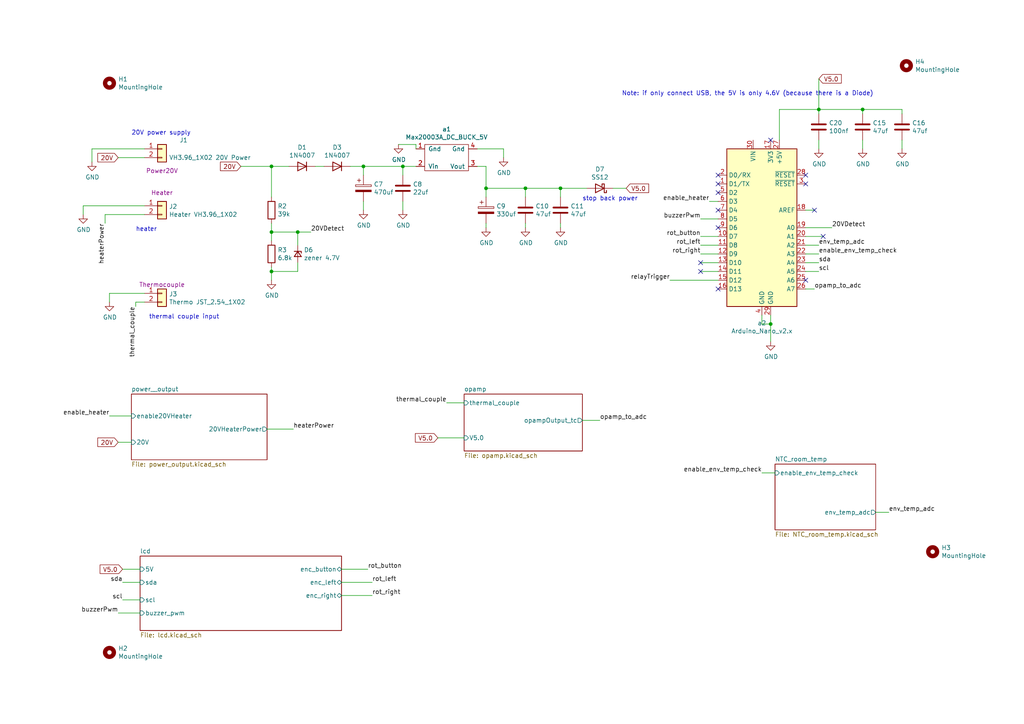
<source format=kicad_sch>
(kicad_sch (version 20211123) (generator eeschema)
  (paper "A4")
  (lib_symbols
    (symbol "Connector_Generic:Conn_01x02" (pin_names (offset 1.016) hide)
      (property "Reference" "J" (at 0 2.54 0))
      (property "Value" "Conn_01x02" (at 0 -5.08 0))
      (symbol "Conn_01x02_1_1"
        (rectangle (start -1.27 -2.413) (end 0 -2.667) (stroke (width 0.1524)))
        (rectangle (start -1.27 0.127) (end 0 -0.127) (stroke (width 0.1524)))
        (rectangle (start -1.27 1.27) (end 1.27 -3.81) (stroke (width 0.254)) (fill (type background)))
        (pin passive line (at -5.08 0 0) (length 3.81) (name "Pin_1") (number "1"))
        (pin passive line (at -5.08 -2.54 0) (length 3.81) (name "Pin_2") (number "2"))
      )
    )
    (symbol "Device:C" (pin_numbers hide) (pin_names (offset 0.254))
      (property "Reference" "C" (at 0.635 2.54 0))
      (property "Value" "C" (at 0.635 -2.54 0))
      (symbol "C_0_1"
        (polyline (pts (xy -2.032 -0.762) (xy 2.032 -0.762)) (stroke (width 0.508)))
        (polyline (pts (xy -2.032 0.762) (xy 2.032 0.762)) (stroke (width 0.508)))
      )
      (symbol "C_1_1"
        (pin passive line (at 0 3.81 270) (length 2.794) (name "~") (number "1"))
        (pin passive line (at 0 -3.81 90) (length 2.794) (name "~") (number "2"))
      )
    )
    (symbol "Device:CP" (pin_numbers hide) (pin_names (offset 0.254))
      (property "Reference" "C" (at 0.635 2.54 0))
      (property "Value" "Device_CP" (at 0.635 -2.54 0))
      (symbol "CP_0_1"
        (rectangle (start -2.286 0.508) (end 2.286 1.016))
        (polyline (pts (xy -1.778 2.286) (xy -0.762 2.286)))
        (polyline (pts (xy -1.27 2.794) (xy -1.27 1.778)))
        (rectangle (start 2.286 -0.508) (end -2.286 -1.016) (fill (type outline)))
      )
      (symbol "CP_1_1"
        (pin passive line (at 0 3.81 270) (length 2.794) (name "~") (number "1"))
        (pin passive line (at 0 -3.81 90) (length 2.794) (name "~") (number "2"))
      )
    )
    (symbol "Device:D_Schottky" (pin_numbers hide) (pin_names (offset 1.016) hide)
      (property "Reference" "D" (at 0 2.54 0))
      (property "Value" "D_Schottky" (at 0 -2.54 0))
      (symbol "D_Schottky_0_1"
        (polyline (pts (xy 1.27 0) (xy -1.27 0)))
        (polyline (pts (xy 1.27 1.27) (xy 1.27 -1.27) (xy -1.27 0) (xy 1.27 1.27)) (stroke (width 0.254)))
        (polyline (pts (xy -1.905 0.635) (xy -1.905 1.27) (xy -1.27 1.27) (xy -1.27 -1.27) (xy -0.635 -1.27) (xy -0.635 -0.635)) (stroke (width 0.254)))
      )
      (symbol "D_Schottky_1_1"
        (pin passive line (at -3.81 0 0) (length 2.54) (name "K") (number "1"))
        (pin passive line (at 3.81 0 180) (length 2.54) (name "A") (number "2"))
      )
    )
    (symbol "Device:D_Zener_Small" (pin_numbers hide) (pin_names (offset 0.254) hide)
      (property "Reference" "D" (at 0 2.286 0))
      (property "Value" "D_Zener_Small" (at 0 -2.286 0))
      (symbol "D_Zener_Small_0_1"
        (polyline (pts (xy 0.762 0) (xy -0.762 0)))
        (polyline (pts (xy -0.254 1.016) (xy -0.762 1.016) (xy -0.762 -1.016)) (stroke (width 0.254)))
        (polyline (pts (xy 0.762 1.016) (xy -0.762 0) (xy 0.762 -1.016) (xy 0.762 1.016)) (stroke (width 0.254)))
      )
      (symbol "D_Zener_Small_1_1"
        (pin passive line (at -2.54 0 0) (length 1.778) (name "K") (number "1"))
        (pin passive line (at 2.54 0 180) (length 1.778) (name "A") (number "2"))
      )
    )
    (symbol "Device:R" (pin_numbers hide) (pin_names (offset 0))
      (property "Reference" "R" (at 2.032 0 90))
      (property "Value" "R" (at 0 0 90))
      (symbol "R_0_1"
        (rectangle (start -1.016 -2.54) (end 1.016 2.54) (stroke (width 0.254)))
      )
      (symbol "R_1_1"
        (pin passive line (at 0 3.81 270) (length 1.27) (name "~") (number "1"))
        (pin passive line (at 0 -3.81 90) (length 1.27) (name "~") (number "2"))
      )
    )
    (symbol "Diode:1N4007" (pin_numbers hide) (pin_names (offset 1.016) hide)
      (property "Reference" "D" (at 0 2.54 0))
      (property "Value" "1N4007" (at 0 -2.54 0))
      (symbol "1N4007_0_1"
        (polyline (pts (xy -1.27 1.27) (xy -1.27 -1.27)) (stroke (width 0.254)))
        (polyline (pts (xy 1.27 0) (xy -1.27 0)))
        (polyline (pts (xy 1.27 1.27) (xy 1.27 -1.27) (xy -1.27 0) (xy 1.27 1.27)) (stroke (width 0.254)))
      )
      (symbol "1N4007_1_1"
        (pin passive line (at -3.81 0 0) (length 2.54) (name "K") (number "1"))
        (pin passive line (at 3.81 0 180) (length 2.54) (name "A") (number "2"))
      )
    )
    (symbol "MCU_Module:Arduino_Nano_v3.x"
      (property "Reference" "A" (at -10.16 23.495 0))
      (property "Value" "Arduino_Nano_v3.x" (at 5.08 -24.13 0))
      (symbol "Arduino_Nano_v3.x_0_1"
        (rectangle (start -10.16 22.86) (end 10.16 -22.86) (stroke (width 0.254)) (fill (type background)))
      )
      (symbol "Arduino_Nano_v3.x_1_1"
        (pin bidirectional line (at -12.7 12.7 0) (length 2.54) (name "D1/TX") (number "1"))
        (pin bidirectional line (at -12.7 -2.54 0) (length 2.54) (name "D7") (number "10"))
        (pin bidirectional line (at -12.7 -5.08 0) (length 2.54) (name "D8") (number "11"))
        (pin bidirectional line (at -12.7 -7.62 0) (length 2.54) (name "D9") (number "12"))
        (pin bidirectional line (at -12.7 -10.16 0) (length 2.54) (name "D10") (number "13"))
        (pin bidirectional line (at -12.7 -12.7 0) (length 2.54) (name "D11") (number "14"))
        (pin bidirectional line (at -12.7 -15.24 0) (length 2.54) (name "D12") (number "15"))
        (pin bidirectional line (at -12.7 -17.78 0) (length 2.54) (name "D13") (number "16"))
        (pin power_out line (at 2.54 25.4 270) (length 2.54) (name "3V3") (number "17"))
        (pin input line (at 12.7 5.08 180) (length 2.54) (name "AREF") (number "18"))
        (pin bidirectional line (at 12.7 0 180) (length 2.54) (name "A0") (number "19"))
        (pin bidirectional line (at -12.7 15.24 0) (length 2.54) (name "D0/RX") (number "2"))
        (pin bidirectional line (at 12.7 -2.54 180) (length 2.54) (name "A1") (number "20"))
        (pin bidirectional line (at 12.7 -5.08 180) (length 2.54) (name "A2") (number "21"))
        (pin bidirectional line (at 12.7 -7.62 180) (length 2.54) (name "A3") (number "22"))
        (pin bidirectional line (at 12.7 -10.16 180) (length 2.54) (name "A4") (number "23"))
        (pin bidirectional line (at 12.7 -12.7 180) (length 2.54) (name "A5") (number "24"))
        (pin bidirectional line (at 12.7 -15.24 180) (length 2.54) (name "A6") (number "25"))
        (pin bidirectional line (at 12.7 -17.78 180) (length 2.54) (name "A7") (number "26"))
        (pin power_out line (at 5.08 25.4 270) (length 2.54) (name "+5V") (number "27"))
        (pin input line (at 12.7 15.24 180) (length 2.54) (name "~{RESET}") (number "28"))
        (pin power_in line (at 2.54 -25.4 90) (length 2.54) (name "GND") (number "29"))
        (pin input line (at 12.7 12.7 180) (length 2.54) (name "~{RESET}") (number "3"))
        (pin power_in line (at -2.54 25.4 270) (length 2.54) (name "VIN") (number "30"))
        (pin power_in line (at 0 -25.4 90) (length 2.54) (name "GND") (number "4"))
        (pin bidirectional line (at -12.7 10.16 0) (length 2.54) (name "D2") (number "5"))
        (pin bidirectional line (at -12.7 7.62 0) (length 2.54) (name "D3") (number "6"))
        (pin bidirectional line (at -12.7 5.08 0) (length 2.54) (name "D4") (number "7"))
        (pin bidirectional line (at -12.7 2.54 0) (length 2.54) (name "D5") (number "8"))
        (pin bidirectional line (at -12.7 0 0) (length 2.54) (name "D6") (number "9"))
      )
    )
    (symbol "Mechanical:MountingHole" (pin_names (offset 1.016))
      (property "Reference" "H" (at 0 5.08 0))
      (property "Value" "MountingHole" (at 0 3.175 0))
      (symbol "MountingHole_0_1"
        (circle (center 0 0) (radius 1.27) (stroke (width 1.27)))
      )
    )
    (symbol "mySymbolLibrary:Max20003A_DC_buck_36V_To_5V" (pin_names (offset 1.016))
      (property "Reference" "a" (at 3.81 8.89 0))
      (property "Value" "Max20003A_DC_buck_36V_To_5V" (at 0 12.7 0))
      (symbol "Max20003A_DC_buck_36V_To_5V_0_1"
        (rectangle (start -6.35 3.81) (end 6.35 -3.81))
      )
      (symbol "Max20003A_DC_buck_36V_To_5V_1_1"
        (pin input line (at -8.89 2.54 0) (length 2.54) (name "Gnd") (number "1"))
        (pin input line (at -8.89 -2.54 0) (length 2.54) (name "Vin") (number "2"))
        (pin output line (at 8.89 -2.54 180) (length 2.54) (name "Vout") (number "3"))
        (pin output line (at 8.89 2.54 180) (length 2.54) (name "Gnd") (number "4"))
      )
    )
    (symbol "power:GND" (power) (pin_names (offset 0))
      (property "Value" "GND" (at 0 -3.81 0))
      (symbol "GND_0_1"
        (polyline (pts (xy 0 0) (xy 0 -1.27) (xy 1.27 -1.27) (xy 0 -2.54) (xy -1.27 -1.27) (xy 0 -1.27)))
      )
      (symbol "GND_1_1"
        (pin power_in line (at 0 0 270) (length 0) hide (name "GND") (number "1"))
      )
    )
  )
  (junction (at 237.49 31.75))
  (junction (at 105.41 48.26))
  (junction (at 78.74 78.74))
  (junction (at 162.56 54.61))
  (junction (at 78.74 48.26))
  (junction (at 86.36 67.31))
  (junction (at 152.4 54.61))
  (junction (at 250.19 31.75))
  (junction (at 116.84 48.26))
  (junction (at 223.52 93.98))
  (junction (at 140.97 54.61))
  (junction (at 78.74 67.31))
  (no_connect (at 208.28 60.96))
  (no_connect (at 223.52 40.64))
  (no_connect (at 203.2 76.2))
  (no_connect (at 208.28 53.34))
  (no_connect (at 233.68 81.28))
  (no_connect (at 203.2 78.74))
  (no_connect (at 236.22 60.96))
  (no_connect (at 208.28 66.04))
  (no_connect (at 233.68 50.8))
  (no_connect (at 208.28 83.82))
  (no_connect (at 208.28 50.8))
  (no_connect (at 233.68 53.34))
  (no_connect (at 208.28 55.88))
  (no_connect (at 238.76 68.58))
  (wire (pts (xy 152.4 54.61) (xy 162.56 54.61)))
  (wire (pts (xy 106.68 165.1) (xy 99.06 165.1)))
  (wire (pts (xy 162.56 66.04) (xy 162.56 64.77)))
  (wire (pts (xy 162.56 54.61) (xy 170.18 54.61)))
  (wire (pts (xy 26.67 43.18) (xy 41.91 43.18)))
  (wire (pts (xy 194.31 81.28) (xy 208.28 81.28)))
  (wire (pts (xy 203.2 63.5) (xy 208.28 63.5)))
  (wire (pts (xy 116.84 50.8) (xy 116.84 48.26)))
  (wire (pts (xy 261.62 43.18) (xy 261.62 40.64)))
  (wire (pts (xy 220.98 93.98) (xy 223.52 93.98)))
  (wire (pts (xy 257.81 148.59) (xy 254 148.59)))
  (wire (pts (xy 115.57 41.91) (xy 120.65 41.91)))
  (wire (pts (xy 261.62 31.75) (xy 261.62 33.02)))
  (wire (pts (xy 99.06 172.72) (xy 107.95 172.72)))
  (wire (pts (xy 140.97 54.61) (xy 140.97 48.26)))
  (wire (pts (xy 173.99 121.92) (xy 168.91 121.92)))
  (wire (pts (xy 34.29 45.72) (xy 41.91 45.72)))
  (wire (pts (xy 31.75 120.65) (xy 38.1 120.65)))
  (wire (pts (xy 39.37 87.63) (xy 41.91 87.63)))
  (wire (pts (xy 101.6 48.26) (xy 105.41 48.26)))
  (wire (pts (xy 223.52 91.44) (xy 223.52 93.98)))
  (wire (pts (xy 78.74 78.74) (xy 78.74 77.47)))
  (wire (pts (xy 237.49 73.66) (xy 233.68 73.66)))
  (wire (pts (xy 250.19 31.75) (xy 261.62 31.75)))
  (wire (pts (xy 91.44 48.26) (xy 93.98 48.26)))
  (wire (pts (xy 140.97 57.15) (xy 140.97 54.61)))
  (wire (pts (xy 140.97 54.61) (xy 152.4 54.61)))
  (wire (pts (xy 237.49 43.18) (xy 237.49 40.64)))
  (wire (pts (xy 237.49 22.86) (xy 237.49 31.75)))
  (wire (pts (xy 208.28 71.12) (xy 203.2 71.12)))
  (wire (pts (xy 237.49 33.02) (xy 237.49 31.75)))
  (wire (pts (xy 226.06 31.75) (xy 226.06 40.64)))
  (wire (pts (xy 78.74 81.28) (xy 78.74 78.74)))
  (wire (pts (xy 31.75 85.09) (xy 41.91 85.09)))
  (wire (pts (xy 241.3 66.04) (xy 233.68 66.04)))
  (wire (pts (xy 223.52 93.98) (xy 223.52 99.06)))
  (wire (pts (xy 203.2 76.2) (xy 208.28 76.2)))
  (wire (pts (xy 85.09 124.46) (xy 77.47 124.46)))
  (wire (pts (xy 39.37 88.9) (xy 39.37 87.63)))
  (wire (pts (xy 24.13 62.23) (xy 24.13 59.69)))
  (wire (pts (xy 105.41 50.8) (xy 105.41 48.26)))
  (wire (pts (xy 24.13 59.69) (xy 41.91 59.69)))
  (wire (pts (xy 26.67 46.99) (xy 26.67 43.18)))
  (wire (pts (xy 205.74 58.42) (xy 208.28 58.42)))
  (wire (pts (xy 233.68 76.2) (xy 237.49 76.2)))
  (wire (pts (xy 203.2 68.58) (xy 208.28 68.58)))
  (wire (pts (xy 237.49 31.75) (xy 226.06 31.75)))
  (wire (pts (xy 78.74 48.26) (xy 83.82 48.26)))
  (wire (pts (xy 140.97 66.04) (xy 140.97 64.77)))
  (wire (pts (xy 78.74 67.31) (xy 78.74 69.85)))
  (wire (pts (xy 78.74 64.77) (xy 78.74 67.31)))
  (wire (pts (xy 237.49 31.75) (xy 250.19 31.75)))
  (wire (pts (xy 146.05 43.18) (xy 138.43 43.18)))
  (wire (pts (xy 220.98 137.16) (xy 224.79 137.16)))
  (wire (pts (xy 177.8 54.61) (xy 181.61 54.61)))
  (wire (pts (xy 162.56 57.15) (xy 162.56 54.61)))
  (wire (pts (xy 140.97 48.26) (xy 138.43 48.26)))
  (wire (pts (xy 35.56 165.1) (xy 40.64 165.1)))
  (wire (pts (xy 237.49 71.12) (xy 233.68 71.12)))
  (wire (pts (xy 86.36 67.31) (xy 78.74 67.31)))
  (wire (pts (xy 34.29 177.8) (xy 40.64 177.8)))
  (wire (pts (xy 208.28 78.74) (xy 203.2 78.74)))
  (wire (pts (xy 237.49 78.74) (xy 233.68 78.74)))
  (wire (pts (xy 86.36 71.12) (xy 86.36 67.31)))
  (wire (pts (xy 236.22 60.96) (xy 233.68 60.96)))
  (wire (pts (xy 86.36 76.2) (xy 86.36 78.74)))
  (wire (pts (xy 30.48 62.23) (xy 41.91 62.23)))
  (wire (pts (xy 35.56 168.91) (xy 40.64 168.91)))
  (wire (pts (xy 90.17 67.31) (xy 86.36 67.31)))
  (wire (pts (xy 86.36 78.74) (xy 78.74 78.74)))
  (wire (pts (xy 34.29 128.27) (xy 38.1 128.27)))
  (wire (pts (xy 105.41 48.26) (xy 116.84 48.26)))
  (wire (pts (xy 120.65 41.91) (xy 120.65 43.18)))
  (wire (pts (xy 129.54 116.84) (xy 134.62 116.84)))
  (wire (pts (xy 35.56 173.99) (xy 40.64 173.99)))
  (wire (pts (xy 127 127) (xy 134.62 127)))
  (wire (pts (xy 30.48 64.77) (xy 30.48 62.23)))
  (wire (pts (xy 146.05 45.72) (xy 146.05 43.18)))
  (wire (pts (xy 69.85 48.26) (xy 78.74 48.26)))
  (wire (pts (xy 250.19 40.64) (xy 250.19 43.18)))
  (wire (pts (xy 105.41 60.96) (xy 105.41 58.42)))
  (wire (pts (xy 107.95 168.91) (xy 99.06 168.91)))
  (wire (pts (xy 208.28 73.66) (xy 203.2 73.66)))
  (wire (pts (xy 238.76 68.58) (xy 233.68 68.58)))
  (wire (pts (xy 152.4 66.04) (xy 152.4 64.77)))
  (wire (pts (xy 152.4 57.15) (xy 152.4 54.61)))
  (wire (pts (xy 116.84 48.26) (xy 120.65 48.26)))
  (wire (pts (xy 220.98 91.44) (xy 220.98 93.98)))
  (wire (pts (xy 236.22 83.82) (xy 233.68 83.82)))
  (wire (pts (xy 78.74 57.15) (xy 78.74 48.26)))
  (wire (pts (xy 116.84 60.96) (xy 116.84 58.42)))
  (wire (pts (xy 250.19 33.02) (xy 250.19 31.75)))
  (wire (pts (xy 31.75 87.63) (xy 31.75 85.09)))
  (text "heater" (at 39.37 67.31 0) (effects (font (size 1.27 1.27)) (justify left bottom)))
  (text "stop back power" (at 168.91 58.42 0) (effects (font (size 1.27 1.27)) (justify left bottom)))
  (text "Note: if only connect USB, the 5V is only 4.6V (because there is a Diode)" (at 180.34 27.94 0) (effects (font (size 1.27 1.27)) (justify left bottom)))
  (text "20V power supply" (at 38.1 39.37 0) (effects (font (size 1.27 1.27)) (justify left bottom)))
  (text "thermal couple input" (at 43.18 92.71 0) (effects (font (size 1.27 1.27)) (justify left bottom)))
  (label "enable_heater" (at 31.75 120.65 180))
  (label "rot_right" (at 107.95 172.72 0))
  (label "rot_left" (at 107.95 168.91 0))
  (label "20VDetect" (at 90.17 67.31 0))
  (label "enable_env_temp_check" (at 237.49 73.66 0))
  (label "enable_heater" (at 205.74 58.42 180))
  (label "relayTrigger" (at 194.31 81.28 180))
  (label "opamp_to_adc" (at 173.99 121.92 0))
  (label "scl" (at 35.56 173.99 180))
  (label "env_temp_adc" (at 257.81 148.59 0))
  (label "sda" (at 237.49 76.2 0))
  (label "buzzerPwm" (at 34.29 177.8 180))
  (label "rot_button" (at 203.2 68.58 180))
  (label "20VDetect" (at 241.3 66.04 0))
  (label "scl" (at 237.49 78.74 0))
  (label "heaterPower" (at 85.09 124.46 0))
  (label "buzzerPwm" (at 203.2 63.5 180))
  (label "rot_button" (at 106.68 165.1 0))
  (label "heaterPower" (at 30.48 64.77 270))
  (label "enable_env_temp_check" (at 220.98 137.16 180))
  (label "rot_left" (at 203.2 71.12 180))
  (label "sda" (at 35.56 168.91 180))
  (label "opamp_to_adc" (at 236.22 83.82 0))
  (label "env_temp_adc" (at 237.49 71.12 0))
  (label "rot_right" (at 203.2 73.66 180))
  (label "thermal_couple" (at 129.54 116.84 180))
  (label "thermal_couple" (at 39.37 88.9 270))
  (global_label "V5.0" (shape input) (at 35.56 165.1 180) (property "Intersheet References" "${INTERSHEET_REFS}" (effects hide)))
  (global_label "20V" (shape input) (at 34.29 128.27 180) (property "Intersheet References" "${INTERSHEET_REFS}" (effects hide)))
  (global_label "V5.0" (shape input) (at 127 127 180) (property "Intersheet References" "${INTERSHEET_REFS}" (effects hide)))
  (global_label "V5.0" (shape input) (at 181.61 54.61 0) (property "Intersheet References" "${INTERSHEET_REFS}" (effects hide)))
  (global_label "V5.0" (shape input) (at 237.49 22.86 0) (property "Intersheet References" "${INTERSHEET_REFS}" (effects hide)))
  (global_label "20V" (shape input) (at 69.85 48.26 180) (property "Intersheet References" "${INTERSHEET_REFS}" (effects hide)))
  (global_label "20V" (shape input) (at 34.29 45.72 180) (property "Intersheet References" "${INTERSHEET_REFS}" (effects hide)))
  (symbol (lib_id "Connector_Generic:Conn_01x02") (at 46.99 43.18 0) (unit 1)
    (property "Reference" "J1" (at 52.07 40.64 0) (effects (justify left)))
    (property "Value" "VH3.96_1X02 20V Power" (at 49.022 45.6946 0) (effects (justify left)))
    (property "Footprint" "myFootPrintLibs:JST_VH_B2P-VH-B_1x02_P3.96mm_Vertical" (effects hide))
    (property "Field4" "Power20V" (at 46.99 49.53 0))
  )
  (symbol (lib_id "MCU_Module:Arduino_Nano_v3.x") (at 220.98 66.04 0) (unit 1)
    (property "Reference" "a2" (at 220.98 93.7006 0))
    (property "Value" "Arduino_Nano_v2.x" (at 220.98 96.012 0))
    (property "Footprint" "myFootPrintLibs:Arduino_Nano" (effects hide))
    (property "Datasheet" "https://www.arduino.cc/en/uploads/Main/ArduinoNanoManual23.pdf" (effects hide))
  )
  (symbol (lib_id "Diode:1N4007") (at 87.63 48.26 180) (unit 1)
    (property "Reference" "D1" (at 87.63 42.7482 0))
    (property "Value" "1N4007" (at 87.63 45.0596 0))
    (property "Footprint" "myFootPrintLibs:D_SMA_Handsoldering" (effects hide))
    (property "Datasheet" "http://www.vishay.com/docs/88503/1n4001.pdf" (effects hide))
  )
  (symbol (lib_id "Connector_Generic:Conn_01x02") (at 46.99 59.69 0) (unit 1)
    (property "Reference" "J2" (at 49.022 59.8932 0) (effects (justify left)))
    (property "Value" "Heater VH3.96_1X02" (at 49.022 62.2046 0) (effects (justify left)))
    (property "Footprint" "myFootPrintLibs:JST_VH_B2P-VH-B_1x02_P3.96mm_Vertical" (effects hide))
    (property "Field4" "Heater" (at 46.99 55.88 0))
  )
  (symbol (lib_id "power:GND") (at 26.67 46.99 0) (unit 1)
    (property "Reference" "#PWR02" (effects hide))
    (property "Value" "GND" (at 26.797 51.3842 0))
  )
  (symbol (lib_id "power:GND") (at 24.13 62.23 0) (unit 1)
    (property "Reference" "#PWR01" (effects hide))
    (property "Value" "GND" (at 24.257 66.6242 0))
  )
  (symbol (lib_id "mySymbolLibrary:Max20003A_DC_buck_36V_To_5V") (at 129.54 45.72 0) (unit 1)
    (property "Reference" "a1" (at 129.54 37.465 0))
    (property "Value" "Max20003A_DC_BUCK_5V" (at 129.54 39.7764 0))
    (property "Footprint" "myFootPrintLibs:MAX20003A_dc_buck_module" (effects hide))
  )
  (symbol (lib_id "power:GND") (at 115.57 41.91 0) (unit 1)
    (property "Reference" "#PWR012" (effects hide))
    (property "Value" "GND" (at 115.697 46.3042 0))
  )
  (symbol (lib_id "Device:CP") (at 105.41 54.61 0) (unit 1)
    (property "Reference" "C7" (at 108.4072 53.4416 0) (effects (justify left)))
    (property "Value" "470uf" (at 108.4072 55.753 0) (effects (justify left)))
    (property "Footprint" "myFootPrintLibs:CP_Radial_D8.0mm_P3.80mm" (effects hide))
  )
  (symbol (lib_id "power:GND") (at 116.84 60.96 0) (unit 1)
    (property "Reference" "#PWR013" (effects hide))
    (property "Value" "GND" (at 116.967 65.3542 0))
  )
  (symbol (lib_id "power:GND") (at 223.52 99.06 0) (unit 1)
    (property "Reference" "#PWR018" (effects hide))
    (property "Value" "GND" (at 223.647 103.4542 0))
  )
  (symbol (lib_id "Connector_Generic:Conn_01x02") (at 46.99 85.09 0) (unit 1)
    (property "Reference" "J3" (at 49.022 85.2932 0) (effects (justify left)))
    (property "Value" "Thermo JST_2.54_1X02" (at 49.022 87.6046 0) (effects (justify left)))
    (property "Footprint" "myFootPrintLibs:Molex_KK-254_AE-6410-02A_1x02_P2.54mm_Vertical" (effects hide))
    (property "Field4" "Thermocouple" (at 46.99 82.55 0))
  )
  (symbol (lib_id "power:GND") (at 31.75 87.63 0) (unit 1)
    (property "Reference" "#PWR03" (effects hide))
    (property "Value" "GND" (at 31.877 92.0242 0))
  )
  (symbol (lib_id "Device:C") (at 237.49 36.83 0) (unit 1)
    (property "Reference" "C20" (at 240.411 35.6616 0) (effects (justify left)))
    (property "Value" "100nf" (at 240.411 37.973 0) (effects (justify left)))
    (property "Footprint" "myFootPrintLibs:R_C_0805_2012Metric_Pad1.20x1.50mm_HandSolder" (effects hide))
  )
  (symbol (lib_id "power:GND") (at 146.05 45.72 0) (unit 1)
    (property "Reference" "#PWR015" (effects hide))
    (property "Value" "GND" (at 146.177 50.1142 0))
  )
  (symbol (lib_id "Device:CP") (at 140.97 60.96 0) (unit 1)
    (property "Reference" "C9" (at 143.9672 59.7916 0) (effects (justify left)))
    (property "Value" "330uf" (at 143.9672 62.103 0) (effects (justify left)))
    (property "Footprint" "myFootPrintLibs:CP_EIA-7343-20_Kemet-V_Pad2.25x2.55mm_HandSolder" (effects hide))
  )
  (symbol (lib_id "power:GND") (at 140.97 66.04 0) (unit 1)
    (property "Reference" "#PWR014" (effects hide))
    (property "Value" "GND" (at 141.097 70.4342 0))
  )
  (symbol (lib_id "Device:C") (at 116.84 54.61 0) (unit 1)
    (property "Reference" "C8" (at 119.761 53.4416 0) (effects (justify left)))
    (property "Value" "22uf" (at 119.761 55.753 0) (effects (justify left)))
    (property "Footprint" "Capacitor_SMD:C_1206_3216Metric_Pad1.33x1.80mm_HandSolder" (effects hide))
  )
  (symbol (lib_id "power:GND") (at 105.41 60.96 0) (unit 1)
    (property "Reference" "#PWR011" (effects hide))
    (property "Value" "GND" (at 105.537 65.3542 0))
  )
  (symbol (lib_id "Device:C") (at 162.56 60.96 0) (unit 1)
    (property "Reference" "C11" (at 165.481 59.7916 0) (effects (justify left)))
    (property "Value" "47uf" (at 165.481 62.103 0) (effects (justify left)))
    (property "Footprint" "myFootPrintLibs:R_C_0805_2012Metric_Pad1.20x1.50mm_HandSolder" (effects hide))
  )
  (symbol (lib_id "Device:C") (at 152.4 60.96 0) (unit 1)
    (property "Reference" "C10" (at 155.321 59.7916 0) (effects (justify left)))
    (property "Value" "47uf" (at 155.321 62.103 0) (effects (justify left)))
    (property "Footprint" "myFootPrintLibs:R_C_0805_2012Metric_Pad1.20x1.50mm_HandSolder" (effects hide))
  )
  (symbol (lib_id "power:GND") (at 152.4 66.04 0) (unit 1)
    (property "Reference" "#PWR016" (effects hide))
    (property "Value" "GND" (at 152.527 70.4342 0))
  )
  (symbol (lib_id "power:GND") (at 162.56 66.04 0) (unit 1)
    (property "Reference" "#PWR017" (effects hide))
    (property "Value" "GND" (at 162.687 70.4342 0))
  )
  (symbol (lib_id "Device:C") (at 261.62 36.83 0) (unit 1)
    (property "Reference" "C16" (at 264.541 35.6616 0) (effects (justify left)))
    (property "Value" "47uf" (at 264.541 37.973 0) (effects (justify left)))
    (property "Footprint" "myFootPrintLibs:R_C_0805_2012Metric_Pad1.20x1.50mm_HandSolder" (effects hide))
  )
  (symbol (lib_id "power:GND") (at 261.62 43.18 0) (unit 1)
    (property "Reference" "#PWR029" (effects hide))
    (property "Value" "GND" (at 261.747 47.5742 0))
  )
  (symbol (lib_id "Device:C") (at 250.19 36.83 0) (unit 1)
    (property "Reference" "C15" (at 253.111 35.6616 0) (effects (justify left)))
    (property "Value" "47uf" (at 253.111 37.973 0) (effects (justify left)))
    (property "Footprint" "myFootPrintLibs:R_C_0805_2012Metric_Pad1.20x1.50mm_HandSolder" (effects hide))
  )
  (symbol (lib_id "power:GND") (at 250.19 43.18 0) (unit 1)
    (property "Reference" "#PWR028" (effects hide))
    (property "Value" "GND" (at 250.317 47.5742 0))
  )
  (symbol (lib_id "power:GND") (at 237.49 43.18 0) (unit 1)
    (property "Reference" "#PWR0103" (effects hide))
    (property "Value" "GND" (at 237.617 47.5742 0))
  )
  (symbol (lib_id "Mechanical:MountingHole") (at 31.75 24.13 0) (unit 1)
    (property "Reference" "H1" (at 34.29 22.9616 0) (effects (justify left)))
    (property "Value" "MountingHole" (at 34.29 25.273 0) (effects (justify left)))
    (property "Footprint" "myFootPrintLibs:MountingHole_2.0mm" (effects hide))
  )
  (symbol (lib_id "Mechanical:MountingHole") (at 31.75 189.23 0) (unit 1)
    (property "Reference" "H2" (at 34.29 188.0616 0) (effects (justify left)))
    (property "Value" "MountingHole" (at 34.29 190.373 0) (effects (justify left)))
    (property "Footprint" "myFootPrintLibs:MountingHole_2.0mm" (effects hide))
  )
  (symbol (lib_id "Mechanical:MountingHole") (at 270.51 160.02 0) (unit 1)
    (property "Reference" "H3" (at 273.05 158.8516 0) (effects (justify left)))
    (property "Value" "MountingHole" (at 273.05 161.163 0) (effects (justify left)))
    (property "Footprint" "myFootPrintLibs:MountingHole_2.0mm" (effects hide))
  )
  (symbol (lib_id "Mechanical:MountingHole") (at 262.89 19.05 0) (unit 1)
    (property "Reference" "H4" (at 265.43 17.8816 0) (effects (justify left)))
    (property "Value" "MountingHole" (at 265.43 20.193 0) (effects (justify left)))
    (property "Footprint" "myFootPrintLibs:MountingHole_2.0mm" (effects hide))
  )
  (symbol (lib_id "Device:D_Schottky") (at 173.99 54.61 180) (unit 1)
    (property "Reference" "D7" (at 173.99 49.0982 0))
    (property "Value" "SS12" (at 173.99 51.4096 0))
    (property "Footprint" "myFootPrintLibs:D_SMA_Handsoldering" (effects hide))
  )
  (symbol (lib_id "Diode:1N4007") (at 97.79 48.26 180) (unit 1)
    (property "Reference" "D3" (at 97.79 42.7482 0))
    (property "Value" "1N4007" (at 97.79 45.0596 0))
    (property "Footprint" "myFootPrintLibs:D_SMA_Handsoldering" (effects hide))
    (property "Datasheet" "http://www.vishay.com/docs/88503/1n4001.pdf" (effects hide))
  )
  (symbol (lib_id "Device:R") (at 78.74 73.66 0) (unit 1)
    (property "Reference" "R3" (at 80.518 72.4916 0) (effects (justify left)))
    (property "Value" "6.8k" (at 80.518 74.803 0) (effects (justify left)))
    (property "Footprint" "myFootPrintLibs:R_C_0805_2012Metric_Pad1.20x1.50mm_HandSolder" (effects hide))
  )
  (symbol (lib_id "Device:R") (at 78.74 60.96 0) (unit 1)
    (property "Reference" "R2" (at 80.518 59.7916 0) (effects (justify left)))
    (property "Value" "39k" (at 80.518 62.103 0) (effects (justify left)))
    (property "Footprint" "myFootPrintLibs:R_C_0805_2012Metric_Pad1.20x1.50mm_HandSolder" (effects hide))
  )
  (symbol (lib_id "Device:D_Zener_Small") (at 86.36 73.66 270) (unit 1)
    (property "Reference" "D6" (at 88.138 72.4916 90) (effects (justify left)))
    (property "Value" "zener 4.7V" (at 88.138 74.803 90) (effects (justify left)))
    (property "Footprint" "myFootPrintLibs:D_MiniMELF_Handsoldering_Zener" (effects hide))
    (property "note" "keep 5V lowest for Pmosfet gate" (effects hide))
  )
  (symbol (lib_id "power:GND") (at 78.74 81.28 0) (unit 1)
    (property "Reference" "#PWR0104" (effects hide))
    (property "Value" "GND" (at 78.867 85.6742 0))
  )
  (sheet (at 38.1 114.3) (size 39.37 19.05)
    (property "Sheet name" "power__output" (at 38.1 113.5884 0) (effects (justify left bottom)))
    (property "Sheet file" "power_output.kicad_sch" (at 38.1 133.9346 0) (effects (justify left top)))
    (pin "enable20VHeater" input (at 38.1 120.65 180))
    (pin "20VHeaterPower" output (at 77.47 124.46 0))
    (pin "20V" input (at 38.1 128.27 180))
  )
  (sheet (at 134.62 114.3) (size 34.29 16.51)
    (property "Sheet name" "opamp" (at 134.62 113.5884 0) (effects (justify left bottom)))
    (property "Sheet file" "opamp.kicad_sch" (at 134.62 131.3946 0) (effects (justify left top)))
    (pin "thermal_couple" input (at 134.62 116.84 180))
    (pin "opampOutput_tc" output (at 168.91 121.92 0))
    (pin "V5.0" input (at 134.62 127 180))
  )
  (sheet (at 224.79 134.62) (size 29.21 19.05)
    (property "Sheet name" "NTC_room_temp" (at 224.79 133.9084 0) (effects (justify left bottom)))
    (property "Sheet file" "NTC_room_temp.kicad_sch" (at 224.79 154.2546 0) (effects (justify left top)))
    (pin "env_temp_adc" output (at 254 148.59 0))
    (pin "enable_env_temp_check" input (at 224.79 137.16 180))
  )
  (sheet (at 40.64 161.29) (size 58.42 21.59)
    (property "Sheet name" "lcd" (at 40.64 160.5784 0) (effects (justify left bottom)))
    (property "Sheet file" "lcd.kicad_sch" (at 40.64 183.4646 0) (effects (justify left top)))
    (pin "sda" input (at 40.64 168.91 180))
    (pin "scl" input (at 40.64 173.99 180))
    (pin "buzzer_pwm" input (at 40.64 177.8 180))
    (pin "5V" input (at 40.64 165.1 180))
    (pin "enc_button" bidirectional (at 99.06 165.1 0))
    (pin "enc_left" bidirectional (at 99.06 168.91 0))
    (pin "enc_right" bidirectional (at 99.06 172.72 0))
  )
)
</source>
